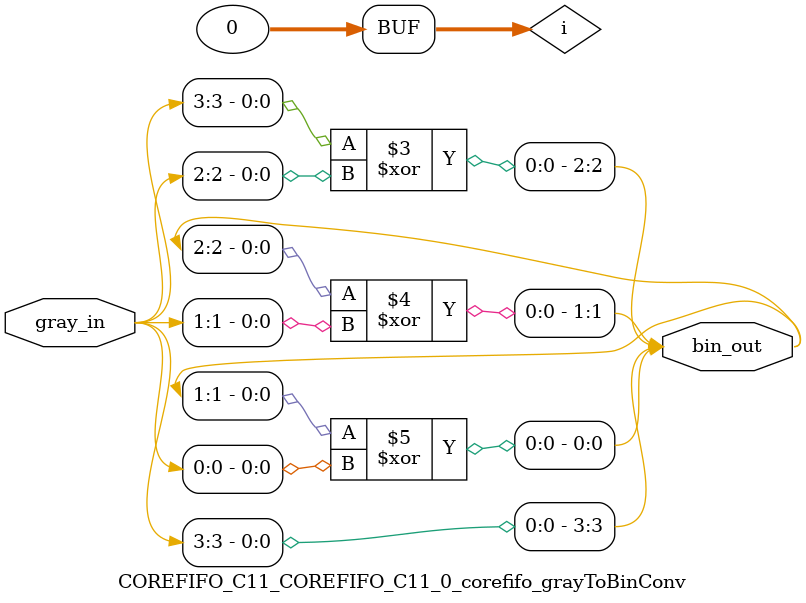
<source format=v>

`timescale 1ns / 100ps

module COREFIFO_C11_COREFIFO_C11_0_corefifo_grayToBinConv(
                                         gray_in,
                                         bin_out
                                        );

   // --------------------------------------------------------------------------
   // Parameter Declaration
   // --------------------------------------------------------------------------
   parameter ADDRWIDTH  = 3;
  // parameter SYNC_RESET = 0;   

   // --------------------------------------------------------------------------
   // I/O Declaration
   // --------------------------------------------------------------------------

   //--------
   // Inputs
   //--------
   input [ADDRWIDTH:0]    gray_in;

   //---------
   // Outputs
   //---------
   output [ADDRWIDTH:0] bin_out;

   // --------------------------------------------------------------------------
   // Internal signals
   // --------------------------------------------------------------------------
   reg [ADDRWIDTH:0]      bin_out;   
   integer                i;
   

   // --------------------------------------------------------------------------
   //                               Start - of - Code
   // --------------------------------------------------------------------------


   // --------------------------------------------------------------------------
   // Logic to Convert the Gray code to Binary
   // --------------------------------------------------------------------------
   always @(*) begin

      bin_out[ADDRWIDTH]  = gray_in[ADDRWIDTH];      

      for(i=ADDRWIDTH;i>0;i = i-1) begin
         bin_out[i-1]     = (bin_out[i] ^ gray_in[i-1]);
      end

   end

endmodule // corefifo_grayToBinConv

// --------------------------------------------------------------------------
//                             End - of - Code
// --------------------------------------------------------------------------

</source>
